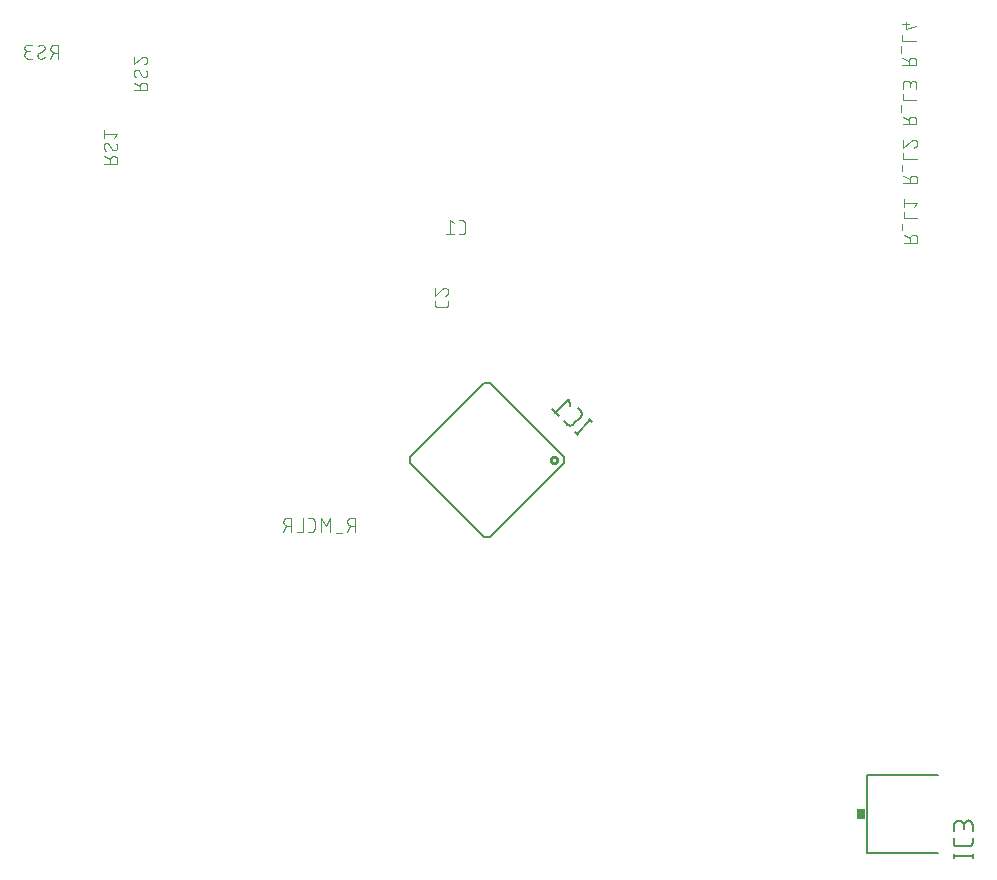
<source format=gbr>
G04 EAGLE Gerber RS-274X export*
G75*
%MOMM*%
%FSLAX34Y34*%
%LPD*%
%INSilkscreen Bottom*%
%IPPOS*%
%AMOC8*
5,1,8,0,0,1.08239X$1,22.5*%
G01*
%ADD10C,0.101600*%
%ADD11C,0.203200*%
%ADD12C,0.254000*%
%ADD13C,0.152400*%
%ADD14R,0.762000X0.863600*%
%ADD15C,0.177800*%


D10*
X436054Y651258D02*
X438651Y651258D01*
X438750Y651260D01*
X438850Y651266D01*
X438949Y651275D01*
X439047Y651288D01*
X439145Y651305D01*
X439243Y651326D01*
X439339Y651351D01*
X439434Y651379D01*
X439528Y651411D01*
X439621Y651446D01*
X439713Y651485D01*
X439803Y651528D01*
X439891Y651573D01*
X439978Y651623D01*
X440062Y651675D01*
X440145Y651731D01*
X440225Y651789D01*
X440303Y651851D01*
X440378Y651916D01*
X440451Y651984D01*
X440521Y652054D01*
X440589Y652127D01*
X440654Y652202D01*
X440716Y652280D01*
X440774Y652360D01*
X440830Y652443D01*
X440882Y652527D01*
X440932Y652614D01*
X440977Y652702D01*
X441020Y652792D01*
X441059Y652884D01*
X441094Y652977D01*
X441126Y653071D01*
X441154Y653166D01*
X441179Y653262D01*
X441200Y653360D01*
X441217Y653458D01*
X441230Y653556D01*
X441239Y653655D01*
X441245Y653755D01*
X441247Y653854D01*
X441247Y660346D01*
X441245Y660445D01*
X441239Y660545D01*
X441230Y660644D01*
X441217Y660742D01*
X441200Y660840D01*
X441179Y660938D01*
X441154Y661034D01*
X441126Y661129D01*
X441094Y661223D01*
X441059Y661316D01*
X441020Y661408D01*
X440977Y661498D01*
X440932Y661586D01*
X440882Y661673D01*
X440830Y661757D01*
X440774Y661840D01*
X440716Y661920D01*
X440654Y661998D01*
X440589Y662073D01*
X440521Y662146D01*
X440451Y662216D01*
X440378Y662284D01*
X440303Y662349D01*
X440225Y662411D01*
X440145Y662469D01*
X440062Y662525D01*
X439978Y662577D01*
X439891Y662627D01*
X439803Y662672D01*
X439713Y662715D01*
X439621Y662754D01*
X439528Y662789D01*
X439434Y662821D01*
X439339Y662849D01*
X439243Y662874D01*
X439145Y662895D01*
X439047Y662912D01*
X438949Y662925D01*
X438850Y662934D01*
X438750Y662940D01*
X438651Y662942D01*
X436054Y662942D01*
X431689Y660346D02*
X428444Y662942D01*
X428444Y651258D01*
X431689Y651258D02*
X425198Y651258D01*
X415542Y594731D02*
X415542Y592134D01*
X415544Y592035D01*
X415550Y591935D01*
X415559Y591836D01*
X415572Y591738D01*
X415589Y591640D01*
X415610Y591542D01*
X415635Y591446D01*
X415663Y591351D01*
X415695Y591257D01*
X415730Y591164D01*
X415769Y591072D01*
X415812Y590982D01*
X415857Y590894D01*
X415907Y590807D01*
X415959Y590723D01*
X416015Y590640D01*
X416073Y590560D01*
X416135Y590482D01*
X416200Y590407D01*
X416268Y590334D01*
X416338Y590264D01*
X416411Y590196D01*
X416486Y590131D01*
X416564Y590069D01*
X416644Y590011D01*
X416727Y589955D01*
X416811Y589903D01*
X416898Y589853D01*
X416986Y589808D01*
X417076Y589765D01*
X417168Y589726D01*
X417261Y589691D01*
X417355Y589659D01*
X417450Y589631D01*
X417546Y589606D01*
X417644Y589585D01*
X417742Y589568D01*
X417840Y589555D01*
X417939Y589546D01*
X418039Y589540D01*
X418138Y589538D01*
X424630Y589538D01*
X424729Y589540D01*
X424829Y589546D01*
X424928Y589555D01*
X425026Y589568D01*
X425124Y589585D01*
X425222Y589606D01*
X425318Y589631D01*
X425413Y589659D01*
X425507Y589691D01*
X425600Y589726D01*
X425692Y589765D01*
X425782Y589808D01*
X425870Y589853D01*
X425957Y589903D01*
X426041Y589955D01*
X426124Y590011D01*
X426204Y590069D01*
X426282Y590131D01*
X426357Y590196D01*
X426430Y590264D01*
X426500Y590334D01*
X426568Y590407D01*
X426633Y590482D01*
X426695Y590560D01*
X426753Y590640D01*
X426809Y590723D01*
X426861Y590807D01*
X426911Y590894D01*
X426956Y590982D01*
X426999Y591072D01*
X427038Y591164D01*
X427073Y591256D01*
X427105Y591351D01*
X427133Y591446D01*
X427158Y591542D01*
X427179Y591640D01*
X427196Y591738D01*
X427209Y591836D01*
X427218Y591935D01*
X427224Y592035D01*
X427226Y592134D01*
X427226Y594731D01*
X427226Y602666D02*
X427224Y602773D01*
X427218Y602879D01*
X427208Y602985D01*
X427195Y603091D01*
X427177Y603197D01*
X427156Y603301D01*
X427131Y603405D01*
X427102Y603508D01*
X427070Y603609D01*
X427033Y603709D01*
X426993Y603808D01*
X426950Y603906D01*
X426903Y604002D01*
X426852Y604096D01*
X426798Y604188D01*
X426741Y604278D01*
X426681Y604366D01*
X426617Y604451D01*
X426550Y604534D01*
X426480Y604615D01*
X426408Y604693D01*
X426332Y604769D01*
X426254Y604841D01*
X426173Y604911D01*
X426090Y604978D01*
X426005Y605042D01*
X425917Y605102D01*
X425827Y605159D01*
X425735Y605213D01*
X425641Y605264D01*
X425545Y605311D01*
X425447Y605354D01*
X425348Y605394D01*
X425248Y605431D01*
X425147Y605463D01*
X425044Y605492D01*
X424940Y605517D01*
X424836Y605538D01*
X424730Y605556D01*
X424624Y605569D01*
X424518Y605579D01*
X424412Y605585D01*
X424305Y605587D01*
X427226Y602666D02*
X427224Y602545D01*
X427218Y602424D01*
X427208Y602304D01*
X427195Y602183D01*
X427177Y602064D01*
X427156Y601944D01*
X427131Y601826D01*
X427102Y601709D01*
X427069Y601592D01*
X427033Y601477D01*
X426992Y601363D01*
X426949Y601250D01*
X426901Y601138D01*
X426850Y601029D01*
X426795Y600921D01*
X426737Y600814D01*
X426676Y600710D01*
X426611Y600608D01*
X426543Y600508D01*
X426472Y600410D01*
X426398Y600314D01*
X426321Y600221D01*
X426240Y600131D01*
X426157Y600043D01*
X426071Y599958D01*
X425982Y599875D01*
X425891Y599796D01*
X425797Y599719D01*
X425701Y599646D01*
X425603Y599576D01*
X425502Y599509D01*
X425399Y599445D01*
X425294Y599385D01*
X425187Y599328D01*
X425079Y599274D01*
X424969Y599224D01*
X424857Y599178D01*
X424744Y599135D01*
X424629Y599096D01*
X422033Y604614D02*
X422110Y604693D01*
X422191Y604769D01*
X422274Y604842D01*
X422359Y604912D01*
X422447Y604979D01*
X422537Y605043D01*
X422629Y605103D01*
X422724Y605160D01*
X422820Y605214D01*
X422918Y605265D01*
X423018Y605312D01*
X423120Y605356D01*
X423223Y605396D01*
X423327Y605432D01*
X423433Y605464D01*
X423539Y605493D01*
X423647Y605518D01*
X423755Y605540D01*
X423865Y605557D01*
X423974Y605571D01*
X424084Y605580D01*
X424195Y605586D01*
X424305Y605588D01*
X422033Y604614D02*
X415542Y599096D01*
X415542Y605587D01*
D11*
X525054Y462828D02*
X525054Y457172D01*
X525054Y462828D02*
X462828Y525054D01*
X457172Y525054D01*
X394946Y462828D01*
X394946Y457172D01*
X457172Y394946D01*
X462828Y394946D01*
X525054Y457172D01*
D12*
X513742Y460000D02*
X513744Y460106D01*
X513750Y460211D01*
X513760Y460317D01*
X513774Y460421D01*
X513791Y460526D01*
X513813Y460629D01*
X513838Y460732D01*
X513868Y460833D01*
X513901Y460934D01*
X513937Y461033D01*
X513978Y461130D01*
X514022Y461227D01*
X514070Y461321D01*
X514121Y461414D01*
X514175Y461504D01*
X514233Y461593D01*
X514294Y461679D01*
X514359Y461763D01*
X514426Y461844D01*
X514497Y461923D01*
X514570Y461999D01*
X514646Y462072D01*
X514725Y462143D01*
X514806Y462210D01*
X514890Y462275D01*
X514976Y462336D01*
X515065Y462394D01*
X515156Y462448D01*
X515248Y462499D01*
X515342Y462547D01*
X515439Y462591D01*
X515536Y462632D01*
X515635Y462668D01*
X515736Y462701D01*
X515837Y462731D01*
X515940Y462756D01*
X516043Y462778D01*
X516148Y462795D01*
X516252Y462809D01*
X516358Y462819D01*
X516463Y462825D01*
X516569Y462827D01*
X516675Y462825D01*
X516780Y462819D01*
X516886Y462809D01*
X516990Y462795D01*
X517095Y462778D01*
X517198Y462756D01*
X517301Y462731D01*
X517402Y462701D01*
X517503Y462668D01*
X517602Y462632D01*
X517699Y462591D01*
X517796Y462547D01*
X517890Y462499D01*
X517983Y462448D01*
X518073Y462394D01*
X518162Y462336D01*
X518248Y462275D01*
X518332Y462210D01*
X518413Y462143D01*
X518492Y462072D01*
X518568Y461999D01*
X518641Y461923D01*
X518712Y461844D01*
X518779Y461763D01*
X518844Y461679D01*
X518905Y461593D01*
X518963Y461504D01*
X519017Y461413D01*
X519068Y461321D01*
X519116Y461227D01*
X519160Y461130D01*
X519201Y461033D01*
X519237Y460934D01*
X519270Y460833D01*
X519300Y460732D01*
X519325Y460629D01*
X519347Y460526D01*
X519364Y460421D01*
X519378Y460317D01*
X519388Y460211D01*
X519394Y460106D01*
X519396Y460000D01*
X519394Y459894D01*
X519388Y459789D01*
X519378Y459683D01*
X519364Y459579D01*
X519347Y459474D01*
X519325Y459371D01*
X519300Y459268D01*
X519270Y459167D01*
X519237Y459066D01*
X519201Y458967D01*
X519160Y458870D01*
X519116Y458773D01*
X519068Y458679D01*
X519017Y458586D01*
X518963Y458496D01*
X518905Y458407D01*
X518844Y458321D01*
X518779Y458237D01*
X518712Y458156D01*
X518641Y458077D01*
X518568Y458001D01*
X518492Y457928D01*
X518413Y457857D01*
X518332Y457790D01*
X518248Y457725D01*
X518162Y457664D01*
X518073Y457606D01*
X517982Y457552D01*
X517890Y457501D01*
X517796Y457453D01*
X517699Y457409D01*
X517602Y457368D01*
X517503Y457332D01*
X517402Y457299D01*
X517301Y457269D01*
X517198Y457244D01*
X517095Y457222D01*
X516990Y457205D01*
X516886Y457191D01*
X516780Y457181D01*
X516675Y457175D01*
X516569Y457173D01*
X516463Y457175D01*
X516358Y457181D01*
X516252Y457191D01*
X516148Y457205D01*
X516043Y457222D01*
X515940Y457244D01*
X515837Y457269D01*
X515736Y457299D01*
X515635Y457332D01*
X515536Y457368D01*
X515439Y457409D01*
X515342Y457453D01*
X515248Y457501D01*
X515155Y457552D01*
X515065Y457606D01*
X514976Y457664D01*
X514890Y457725D01*
X514806Y457790D01*
X514725Y457857D01*
X514646Y457928D01*
X514570Y458001D01*
X514497Y458077D01*
X514426Y458156D01*
X514359Y458237D01*
X514294Y458321D01*
X514233Y458407D01*
X514175Y458496D01*
X514121Y458587D01*
X514070Y458679D01*
X514022Y458773D01*
X513978Y458870D01*
X513937Y458967D01*
X513901Y459066D01*
X513868Y459167D01*
X513838Y459268D01*
X513813Y459371D01*
X513791Y459474D01*
X513774Y459579D01*
X513760Y459683D01*
X513750Y459789D01*
X513744Y459894D01*
X513742Y460000D01*
D13*
X535953Y482111D02*
X547448Y493606D01*
X534676Y483389D02*
X537230Y480834D01*
X548725Y492329D02*
X546171Y494883D01*
X527777Y490287D02*
X525223Y492842D01*
X527778Y490288D02*
X527863Y490206D01*
X527950Y490126D01*
X528041Y490050D01*
X528133Y489976D01*
X528228Y489906D01*
X528325Y489839D01*
X528425Y489775D01*
X528526Y489714D01*
X528629Y489656D01*
X528734Y489602D01*
X528841Y489552D01*
X528950Y489505D01*
X529060Y489462D01*
X529171Y489422D01*
X529283Y489386D01*
X529397Y489353D01*
X529512Y489324D01*
X529627Y489299D01*
X529744Y489278D01*
X529861Y489261D01*
X529978Y489247D01*
X530096Y489238D01*
X530214Y489232D01*
X530332Y489230D01*
X530450Y489232D01*
X530568Y489238D01*
X530686Y489247D01*
X530803Y489261D01*
X530920Y489278D01*
X531037Y489299D01*
X531152Y489324D01*
X531267Y489353D01*
X531381Y489386D01*
X531493Y489422D01*
X531604Y489462D01*
X531714Y489505D01*
X531823Y489552D01*
X531930Y489603D01*
X532035Y489657D01*
X532138Y489714D01*
X532239Y489775D01*
X532339Y489839D01*
X532436Y489906D01*
X532531Y489976D01*
X532623Y490050D01*
X532714Y490126D01*
X532801Y490206D01*
X532886Y490288D01*
X532886Y490287D02*
X539272Y496673D01*
X539272Y496674D02*
X539354Y496759D01*
X539434Y496846D01*
X539510Y496937D01*
X539584Y497029D01*
X539654Y497124D01*
X539721Y497221D01*
X539785Y497321D01*
X539846Y497422D01*
X539903Y497525D01*
X539957Y497630D01*
X540008Y497737D01*
X540055Y497846D01*
X540098Y497956D01*
X540138Y498067D01*
X540174Y498179D01*
X540207Y498293D01*
X540236Y498408D01*
X540261Y498523D01*
X540282Y498640D01*
X540299Y498757D01*
X540313Y498874D01*
X540322Y498992D01*
X540328Y499110D01*
X540330Y499228D01*
X540328Y499346D01*
X540322Y499464D01*
X540313Y499582D01*
X540299Y499699D01*
X540282Y499816D01*
X540261Y499933D01*
X540236Y500048D01*
X540207Y500163D01*
X540174Y500276D01*
X540138Y500389D01*
X540098Y500500D01*
X540055Y500610D01*
X540008Y500719D01*
X539958Y500826D01*
X539904Y500931D01*
X539846Y501034D01*
X539785Y501135D01*
X539721Y501235D01*
X539654Y501332D01*
X539584Y501427D01*
X539510Y501519D01*
X539434Y501610D01*
X539354Y501697D01*
X539272Y501782D01*
X536718Y504336D01*
X530033Y505912D02*
X529395Y511659D01*
X517900Y500164D01*
X521093Y496971D02*
X514707Y503357D01*
D11*
X781810Y193040D02*
X841754Y193036D01*
X781810Y193040D02*
X781810Y127500D01*
X841754Y127504D01*
D14*
X776984Y160270D03*
D15*
X855089Y124837D02*
X871091Y124837D01*
X855089Y123059D02*
X855089Y126615D01*
X871091Y126615D02*
X871091Y123059D01*
X855089Y136409D02*
X855089Y139965D01*
X855089Y136409D02*
X855091Y136293D01*
X855097Y136176D01*
X855106Y136060D01*
X855119Y135945D01*
X855136Y135830D01*
X855157Y135715D01*
X855182Y135602D01*
X855210Y135489D01*
X855242Y135377D01*
X855278Y135266D01*
X855317Y135156D01*
X855360Y135048D01*
X855406Y134941D01*
X855456Y134836D01*
X855509Y134733D01*
X855565Y134631D01*
X855625Y134531D01*
X855688Y134433D01*
X855755Y134338D01*
X855824Y134244D01*
X855896Y134153D01*
X855971Y134064D01*
X856050Y133978D01*
X856131Y133895D01*
X856214Y133814D01*
X856300Y133735D01*
X856389Y133660D01*
X856480Y133588D01*
X856574Y133519D01*
X856669Y133452D01*
X856767Y133389D01*
X856867Y133329D01*
X856969Y133273D01*
X857072Y133220D01*
X857177Y133170D01*
X857284Y133124D01*
X857392Y133081D01*
X857502Y133042D01*
X857613Y133006D01*
X857725Y132974D01*
X857838Y132946D01*
X857951Y132921D01*
X858066Y132900D01*
X858181Y132883D01*
X858296Y132870D01*
X858412Y132861D01*
X858529Y132855D01*
X858645Y132853D01*
X867535Y132853D01*
X867651Y132855D01*
X867768Y132861D01*
X867884Y132870D01*
X867999Y132883D01*
X868114Y132900D01*
X868229Y132921D01*
X868342Y132946D01*
X868455Y132974D01*
X868567Y133006D01*
X868678Y133042D01*
X868788Y133081D01*
X868896Y133124D01*
X869003Y133170D01*
X869108Y133220D01*
X869211Y133273D01*
X869313Y133329D01*
X869413Y133389D01*
X869511Y133452D01*
X869606Y133519D01*
X869700Y133588D01*
X869791Y133660D01*
X869880Y133735D01*
X869966Y133814D01*
X870049Y133895D01*
X870130Y133978D01*
X870209Y134064D01*
X870284Y134153D01*
X870356Y134244D01*
X870425Y134338D01*
X870492Y134433D01*
X870555Y134531D01*
X870615Y134631D01*
X870671Y134733D01*
X870724Y134836D01*
X870774Y134941D01*
X870820Y135048D01*
X870863Y135156D01*
X870902Y135266D01*
X870938Y135377D01*
X870970Y135489D01*
X870998Y135602D01*
X871023Y135715D01*
X871044Y135830D01*
X871061Y135945D01*
X871074Y136060D01*
X871083Y136176D01*
X871089Y136293D01*
X871091Y136409D01*
X871091Y139965D01*
X855089Y145923D02*
X855089Y150368D01*
X855091Y150500D01*
X855097Y150631D01*
X855107Y150763D01*
X855120Y150894D01*
X855138Y151024D01*
X855159Y151154D01*
X855184Y151284D01*
X855213Y151412D01*
X855246Y151540D01*
X855283Y151666D01*
X855323Y151792D01*
X855367Y151916D01*
X855415Y152039D01*
X855466Y152160D01*
X855521Y152280D01*
X855579Y152398D01*
X855641Y152514D01*
X855707Y152628D01*
X855775Y152741D01*
X855847Y152851D01*
X855922Y152959D01*
X856001Y153065D01*
X856082Y153169D01*
X856167Y153270D01*
X856254Y153368D01*
X856345Y153464D01*
X856438Y153557D01*
X856534Y153648D01*
X856632Y153735D01*
X856733Y153820D01*
X856837Y153901D01*
X856943Y153980D01*
X857051Y154055D01*
X857161Y154127D01*
X857274Y154195D01*
X857388Y154261D01*
X857504Y154323D01*
X857622Y154381D01*
X857742Y154436D01*
X857863Y154487D01*
X857986Y154535D01*
X858110Y154579D01*
X858236Y154619D01*
X858362Y154656D01*
X858490Y154689D01*
X858618Y154718D01*
X858748Y154743D01*
X858878Y154764D01*
X859008Y154782D01*
X859139Y154795D01*
X859271Y154805D01*
X859402Y154811D01*
X859534Y154813D01*
X859666Y154811D01*
X859797Y154805D01*
X859929Y154795D01*
X860060Y154782D01*
X860190Y154764D01*
X860320Y154743D01*
X860450Y154718D01*
X860578Y154689D01*
X860706Y154656D01*
X860832Y154619D01*
X860958Y154579D01*
X861082Y154535D01*
X861205Y154487D01*
X861326Y154436D01*
X861446Y154381D01*
X861564Y154323D01*
X861680Y154261D01*
X861794Y154195D01*
X861907Y154127D01*
X862017Y154055D01*
X862125Y153980D01*
X862231Y153901D01*
X862335Y153820D01*
X862436Y153735D01*
X862534Y153648D01*
X862630Y153557D01*
X862723Y153464D01*
X862814Y153368D01*
X862901Y153270D01*
X862986Y153169D01*
X863067Y153065D01*
X863146Y152959D01*
X863221Y152851D01*
X863293Y152741D01*
X863361Y152628D01*
X863427Y152514D01*
X863489Y152398D01*
X863547Y152280D01*
X863602Y152160D01*
X863653Y152039D01*
X863701Y151916D01*
X863745Y151792D01*
X863785Y151666D01*
X863822Y151540D01*
X863855Y151412D01*
X863884Y151284D01*
X863909Y151154D01*
X863930Y151024D01*
X863948Y150894D01*
X863961Y150763D01*
X863971Y150631D01*
X863977Y150500D01*
X863979Y150368D01*
X871091Y151257D02*
X871091Y145923D01*
X871091Y151257D02*
X871089Y151375D01*
X871083Y151492D01*
X871074Y151609D01*
X871060Y151726D01*
X871043Y151842D01*
X871021Y151958D01*
X870996Y152073D01*
X870967Y152187D01*
X870935Y152300D01*
X870898Y152412D01*
X870858Y152522D01*
X870815Y152631D01*
X870767Y152739D01*
X870717Y152845D01*
X870662Y152949D01*
X870605Y153052D01*
X870544Y153152D01*
X870479Y153251D01*
X870412Y153347D01*
X870341Y153441D01*
X870267Y153533D01*
X870191Y153622D01*
X870111Y153708D01*
X870029Y153792D01*
X869943Y153873D01*
X869856Y153951D01*
X869765Y154027D01*
X869672Y154099D01*
X869577Y154168D01*
X869480Y154234D01*
X869380Y154297D01*
X869279Y154356D01*
X869176Y154412D01*
X869070Y154464D01*
X868963Y154513D01*
X868855Y154559D01*
X868745Y154601D01*
X868634Y154639D01*
X868521Y154673D01*
X868408Y154704D01*
X868293Y154731D01*
X868178Y154754D01*
X868062Y154774D01*
X867946Y154789D01*
X867829Y154801D01*
X867711Y154809D01*
X867594Y154813D01*
X867476Y154813D01*
X867359Y154809D01*
X867241Y154801D01*
X867124Y154789D01*
X867008Y154774D01*
X866892Y154754D01*
X866777Y154731D01*
X866662Y154704D01*
X866549Y154673D01*
X866436Y154639D01*
X866325Y154601D01*
X866215Y154559D01*
X866107Y154513D01*
X866000Y154464D01*
X865894Y154412D01*
X865791Y154356D01*
X865690Y154297D01*
X865590Y154234D01*
X865493Y154168D01*
X865398Y154099D01*
X865305Y154027D01*
X865214Y153951D01*
X865127Y153873D01*
X865041Y153792D01*
X864959Y153708D01*
X864879Y153622D01*
X864803Y153533D01*
X864729Y153441D01*
X864658Y153347D01*
X864591Y153251D01*
X864526Y153152D01*
X864465Y153052D01*
X864408Y152949D01*
X864353Y152845D01*
X864303Y152739D01*
X864255Y152631D01*
X864212Y152522D01*
X864172Y152412D01*
X864135Y152300D01*
X864103Y152187D01*
X864074Y152073D01*
X864049Y151958D01*
X864027Y151842D01*
X864010Y151726D01*
X863996Y151609D01*
X863987Y151492D01*
X863981Y151375D01*
X863979Y151257D01*
X863979Y147701D01*
D10*
X147070Y710877D02*
X135386Y710877D01*
X147070Y710877D02*
X147070Y714122D01*
X147068Y714235D01*
X147062Y714348D01*
X147052Y714461D01*
X147038Y714574D01*
X147021Y714686D01*
X146999Y714797D01*
X146974Y714907D01*
X146944Y715017D01*
X146911Y715125D01*
X146874Y715232D01*
X146834Y715338D01*
X146789Y715442D01*
X146741Y715545D01*
X146690Y715646D01*
X146635Y715745D01*
X146577Y715842D01*
X146515Y715937D01*
X146450Y716030D01*
X146382Y716120D01*
X146311Y716208D01*
X146236Y716294D01*
X146159Y716377D01*
X146079Y716457D01*
X145996Y716534D01*
X145910Y716609D01*
X145822Y716680D01*
X145732Y716748D01*
X145639Y716813D01*
X145544Y716875D01*
X145447Y716933D01*
X145348Y716988D01*
X145247Y717039D01*
X145144Y717087D01*
X145040Y717132D01*
X144934Y717172D01*
X144827Y717209D01*
X144719Y717242D01*
X144609Y717272D01*
X144499Y717297D01*
X144388Y717319D01*
X144276Y717336D01*
X144163Y717350D01*
X144050Y717360D01*
X143937Y717366D01*
X143824Y717368D01*
X143711Y717366D01*
X143598Y717360D01*
X143485Y717350D01*
X143372Y717336D01*
X143260Y717319D01*
X143149Y717297D01*
X143039Y717272D01*
X142929Y717242D01*
X142821Y717209D01*
X142714Y717172D01*
X142608Y717132D01*
X142504Y717087D01*
X142401Y717039D01*
X142300Y716988D01*
X142201Y716933D01*
X142104Y716875D01*
X142009Y716813D01*
X141916Y716748D01*
X141826Y716680D01*
X141738Y716609D01*
X141652Y716534D01*
X141569Y716457D01*
X141489Y716377D01*
X141412Y716294D01*
X141337Y716208D01*
X141266Y716120D01*
X141198Y716030D01*
X141133Y715937D01*
X141071Y715842D01*
X141013Y715745D01*
X140958Y715646D01*
X140907Y715545D01*
X140859Y715442D01*
X140814Y715338D01*
X140774Y715232D01*
X140737Y715125D01*
X140704Y715017D01*
X140674Y714907D01*
X140649Y714797D01*
X140627Y714686D01*
X140610Y714574D01*
X140596Y714461D01*
X140586Y714348D01*
X140580Y714235D01*
X140578Y714122D01*
X140579Y714122D02*
X140579Y710877D01*
X140579Y714771D02*
X135386Y717368D01*
X135386Y725747D02*
X135388Y725846D01*
X135394Y725946D01*
X135403Y726045D01*
X135416Y726143D01*
X135433Y726241D01*
X135454Y726339D01*
X135479Y726435D01*
X135507Y726530D01*
X135539Y726624D01*
X135574Y726717D01*
X135613Y726809D01*
X135656Y726899D01*
X135701Y726987D01*
X135751Y727074D01*
X135803Y727158D01*
X135859Y727241D01*
X135917Y727321D01*
X135979Y727399D01*
X136044Y727474D01*
X136112Y727547D01*
X136182Y727617D01*
X136255Y727685D01*
X136330Y727750D01*
X136408Y727812D01*
X136488Y727870D01*
X136571Y727926D01*
X136655Y727978D01*
X136742Y728028D01*
X136830Y728073D01*
X136920Y728116D01*
X137012Y728155D01*
X137105Y728190D01*
X137199Y728222D01*
X137294Y728250D01*
X137390Y728275D01*
X137488Y728296D01*
X137586Y728313D01*
X137684Y728326D01*
X137783Y728335D01*
X137883Y728341D01*
X137982Y728343D01*
X135386Y725747D02*
X135388Y725603D01*
X135394Y725458D01*
X135403Y725314D01*
X135416Y725171D01*
X135433Y725027D01*
X135454Y724884D01*
X135479Y724742D01*
X135507Y724601D01*
X135539Y724460D01*
X135575Y724320D01*
X135614Y724181D01*
X135657Y724043D01*
X135704Y723907D01*
X135754Y723771D01*
X135808Y723637D01*
X135865Y723505D01*
X135926Y723374D01*
X135990Y723245D01*
X136058Y723117D01*
X136128Y722991D01*
X136203Y722867D01*
X136280Y722746D01*
X136361Y722626D01*
X136444Y722508D01*
X136531Y722393D01*
X136621Y722280D01*
X136714Y722169D01*
X136809Y722061D01*
X136908Y721955D01*
X137009Y721852D01*
X144474Y722177D02*
X144573Y722179D01*
X144673Y722185D01*
X144772Y722194D01*
X144870Y722207D01*
X144968Y722224D01*
X145066Y722245D01*
X145162Y722270D01*
X145257Y722298D01*
X145351Y722330D01*
X145444Y722365D01*
X145536Y722404D01*
X145626Y722447D01*
X145714Y722492D01*
X145801Y722542D01*
X145885Y722594D01*
X145968Y722650D01*
X146048Y722708D01*
X146126Y722770D01*
X146201Y722835D01*
X146274Y722903D01*
X146344Y722973D01*
X146412Y723046D01*
X146477Y723121D01*
X146539Y723199D01*
X146597Y723279D01*
X146653Y723362D01*
X146705Y723446D01*
X146755Y723533D01*
X146800Y723621D01*
X146843Y723711D01*
X146882Y723803D01*
X146917Y723896D01*
X146949Y723990D01*
X146977Y724085D01*
X147002Y724182D01*
X147023Y724279D01*
X147040Y724377D01*
X147053Y724475D01*
X147062Y724574D01*
X147068Y724674D01*
X147070Y724773D01*
X147068Y724909D01*
X147062Y725045D01*
X147053Y725181D01*
X147040Y725317D01*
X147022Y725452D01*
X147002Y725586D01*
X146977Y725720D01*
X146949Y725854D01*
X146916Y725986D01*
X146881Y726117D01*
X146841Y726248D01*
X146798Y726377D01*
X146752Y726505D01*
X146701Y726631D01*
X146648Y726757D01*
X146590Y726880D01*
X146530Y727002D01*
X146466Y727122D01*
X146398Y727241D01*
X146328Y727357D01*
X146254Y727471D01*
X146177Y727584D01*
X146096Y727694D01*
X142202Y723474D02*
X142255Y723388D01*
X142312Y723304D01*
X142371Y723222D01*
X142434Y723142D01*
X142500Y723065D01*
X142568Y722990D01*
X142640Y722918D01*
X142714Y722849D01*
X142791Y722783D01*
X142870Y722720D01*
X142952Y722660D01*
X143036Y722603D01*
X143122Y722549D01*
X143210Y722499D01*
X143300Y722452D01*
X143391Y722408D01*
X143485Y722369D01*
X143579Y722332D01*
X143675Y722300D01*
X143773Y722271D01*
X143871Y722246D01*
X143970Y722225D01*
X144070Y722207D01*
X144170Y722194D01*
X144271Y722184D01*
X144373Y722178D01*
X144474Y722176D01*
X140254Y727045D02*
X140201Y727131D01*
X140144Y727215D01*
X140085Y727297D01*
X140022Y727377D01*
X139956Y727454D01*
X139888Y727529D01*
X139816Y727601D01*
X139742Y727670D01*
X139665Y727736D01*
X139586Y727799D01*
X139504Y727859D01*
X139420Y727916D01*
X139334Y727970D01*
X139246Y728020D01*
X139156Y728067D01*
X139065Y728111D01*
X138971Y728150D01*
X138877Y728187D01*
X138781Y728219D01*
X138683Y728248D01*
X138585Y728273D01*
X138486Y728294D01*
X138386Y728312D01*
X138286Y728325D01*
X138185Y728335D01*
X138083Y728341D01*
X137982Y728343D01*
X140254Y727045D02*
X142202Y723475D01*
X144474Y732901D02*
X147070Y736146D01*
X135386Y736146D01*
X135386Y732901D02*
X135386Y739392D01*
X160780Y772922D02*
X172464Y772922D01*
X172464Y776168D01*
X172462Y776281D01*
X172456Y776394D01*
X172446Y776507D01*
X172432Y776620D01*
X172415Y776732D01*
X172393Y776843D01*
X172368Y776953D01*
X172338Y777063D01*
X172305Y777171D01*
X172268Y777278D01*
X172228Y777384D01*
X172183Y777488D01*
X172135Y777591D01*
X172084Y777692D01*
X172029Y777791D01*
X171971Y777888D01*
X171909Y777983D01*
X171844Y778076D01*
X171776Y778166D01*
X171705Y778254D01*
X171630Y778340D01*
X171553Y778423D01*
X171473Y778503D01*
X171390Y778580D01*
X171304Y778655D01*
X171216Y778726D01*
X171126Y778794D01*
X171033Y778859D01*
X170938Y778921D01*
X170841Y778979D01*
X170742Y779034D01*
X170641Y779085D01*
X170538Y779133D01*
X170434Y779178D01*
X170328Y779218D01*
X170221Y779255D01*
X170113Y779288D01*
X170003Y779318D01*
X169893Y779343D01*
X169782Y779365D01*
X169670Y779382D01*
X169557Y779396D01*
X169444Y779406D01*
X169331Y779412D01*
X169218Y779414D01*
X169105Y779412D01*
X168992Y779406D01*
X168879Y779396D01*
X168766Y779382D01*
X168654Y779365D01*
X168543Y779343D01*
X168433Y779318D01*
X168323Y779288D01*
X168215Y779255D01*
X168108Y779218D01*
X168002Y779178D01*
X167898Y779133D01*
X167795Y779085D01*
X167694Y779034D01*
X167595Y778979D01*
X167498Y778921D01*
X167403Y778859D01*
X167310Y778794D01*
X167220Y778726D01*
X167132Y778655D01*
X167046Y778580D01*
X166963Y778503D01*
X166883Y778423D01*
X166806Y778340D01*
X166731Y778254D01*
X166660Y778166D01*
X166592Y778076D01*
X166527Y777983D01*
X166465Y777888D01*
X166407Y777791D01*
X166352Y777692D01*
X166301Y777591D01*
X166253Y777488D01*
X166208Y777384D01*
X166168Y777278D01*
X166131Y777171D01*
X166098Y777063D01*
X166068Y776953D01*
X166043Y776843D01*
X166021Y776732D01*
X166004Y776620D01*
X165990Y776507D01*
X165980Y776394D01*
X165974Y776281D01*
X165972Y776168D01*
X165973Y776168D02*
X165973Y772922D01*
X165973Y776817D02*
X160780Y779413D01*
X160780Y787792D02*
X160782Y787891D01*
X160788Y787991D01*
X160797Y788090D01*
X160810Y788188D01*
X160827Y788286D01*
X160848Y788384D01*
X160873Y788480D01*
X160901Y788575D01*
X160933Y788669D01*
X160968Y788762D01*
X161007Y788854D01*
X161050Y788944D01*
X161095Y789032D01*
X161145Y789119D01*
X161197Y789203D01*
X161253Y789286D01*
X161311Y789366D01*
X161373Y789444D01*
X161438Y789519D01*
X161506Y789592D01*
X161576Y789662D01*
X161649Y789730D01*
X161724Y789795D01*
X161802Y789857D01*
X161882Y789915D01*
X161965Y789971D01*
X162049Y790023D01*
X162136Y790073D01*
X162224Y790118D01*
X162314Y790161D01*
X162406Y790200D01*
X162499Y790235D01*
X162593Y790267D01*
X162688Y790295D01*
X162784Y790320D01*
X162882Y790341D01*
X162980Y790358D01*
X163078Y790371D01*
X163177Y790380D01*
X163277Y790386D01*
X163376Y790388D01*
X160780Y787792D02*
X160782Y787648D01*
X160788Y787503D01*
X160797Y787359D01*
X160810Y787216D01*
X160827Y787072D01*
X160848Y786929D01*
X160873Y786787D01*
X160901Y786646D01*
X160933Y786505D01*
X160969Y786365D01*
X161008Y786226D01*
X161051Y786088D01*
X161098Y785952D01*
X161148Y785816D01*
X161202Y785682D01*
X161259Y785550D01*
X161320Y785419D01*
X161384Y785290D01*
X161452Y785162D01*
X161522Y785036D01*
X161597Y784912D01*
X161674Y784791D01*
X161755Y784671D01*
X161838Y784553D01*
X161925Y784438D01*
X162015Y784325D01*
X162108Y784214D01*
X162203Y784106D01*
X162302Y784000D01*
X162403Y783897D01*
X169868Y784222D02*
X169967Y784224D01*
X170067Y784230D01*
X170166Y784239D01*
X170264Y784252D01*
X170362Y784269D01*
X170460Y784290D01*
X170556Y784315D01*
X170651Y784343D01*
X170745Y784375D01*
X170838Y784410D01*
X170930Y784449D01*
X171020Y784492D01*
X171108Y784537D01*
X171195Y784587D01*
X171279Y784639D01*
X171362Y784695D01*
X171442Y784753D01*
X171520Y784815D01*
X171595Y784880D01*
X171668Y784948D01*
X171738Y785018D01*
X171806Y785091D01*
X171871Y785166D01*
X171933Y785244D01*
X171991Y785324D01*
X172047Y785407D01*
X172099Y785491D01*
X172149Y785578D01*
X172194Y785666D01*
X172237Y785756D01*
X172276Y785848D01*
X172311Y785941D01*
X172343Y786035D01*
X172371Y786130D01*
X172396Y786227D01*
X172417Y786324D01*
X172434Y786422D01*
X172447Y786520D01*
X172456Y786619D01*
X172462Y786719D01*
X172464Y786818D01*
X172462Y786954D01*
X172456Y787090D01*
X172447Y787226D01*
X172434Y787362D01*
X172416Y787497D01*
X172396Y787631D01*
X172371Y787765D01*
X172343Y787899D01*
X172310Y788031D01*
X172275Y788162D01*
X172235Y788293D01*
X172192Y788422D01*
X172146Y788550D01*
X172095Y788676D01*
X172042Y788802D01*
X171984Y788925D01*
X171924Y789047D01*
X171860Y789167D01*
X171792Y789286D01*
X171722Y789402D01*
X171648Y789516D01*
X171571Y789629D01*
X171490Y789739D01*
X167596Y785520D02*
X167649Y785434D01*
X167706Y785350D01*
X167765Y785268D01*
X167828Y785188D01*
X167894Y785111D01*
X167962Y785036D01*
X168034Y784964D01*
X168108Y784895D01*
X168185Y784829D01*
X168264Y784766D01*
X168346Y784706D01*
X168430Y784649D01*
X168516Y784595D01*
X168604Y784545D01*
X168694Y784498D01*
X168785Y784454D01*
X168879Y784415D01*
X168973Y784378D01*
X169069Y784346D01*
X169167Y784317D01*
X169265Y784292D01*
X169364Y784271D01*
X169464Y784253D01*
X169564Y784240D01*
X169665Y784230D01*
X169767Y784224D01*
X169868Y784222D01*
X165648Y789090D02*
X165595Y789176D01*
X165538Y789260D01*
X165479Y789342D01*
X165416Y789422D01*
X165350Y789499D01*
X165282Y789574D01*
X165210Y789646D01*
X165136Y789715D01*
X165059Y789781D01*
X164980Y789844D01*
X164898Y789904D01*
X164814Y789961D01*
X164728Y790015D01*
X164640Y790065D01*
X164550Y790112D01*
X164459Y790156D01*
X164365Y790195D01*
X164271Y790232D01*
X164175Y790264D01*
X164077Y790293D01*
X163979Y790318D01*
X163880Y790339D01*
X163780Y790357D01*
X163680Y790370D01*
X163579Y790380D01*
X163477Y790386D01*
X163376Y790388D01*
X165648Y789090D02*
X167596Y785520D01*
X172464Y798516D02*
X172462Y798623D01*
X172456Y798729D01*
X172446Y798835D01*
X172433Y798941D01*
X172415Y799047D01*
X172394Y799151D01*
X172369Y799255D01*
X172340Y799358D01*
X172308Y799459D01*
X172271Y799559D01*
X172231Y799658D01*
X172188Y799756D01*
X172141Y799852D01*
X172090Y799946D01*
X172036Y800038D01*
X171979Y800128D01*
X171919Y800216D01*
X171855Y800301D01*
X171788Y800384D01*
X171718Y800465D01*
X171646Y800543D01*
X171570Y800619D01*
X171492Y800691D01*
X171411Y800761D01*
X171328Y800828D01*
X171243Y800892D01*
X171155Y800952D01*
X171065Y801009D01*
X170973Y801063D01*
X170879Y801114D01*
X170783Y801161D01*
X170685Y801204D01*
X170586Y801244D01*
X170486Y801281D01*
X170385Y801313D01*
X170282Y801342D01*
X170178Y801367D01*
X170074Y801388D01*
X169968Y801406D01*
X169862Y801419D01*
X169756Y801429D01*
X169650Y801435D01*
X169543Y801437D01*
X172464Y798516D02*
X172462Y798395D01*
X172456Y798274D01*
X172446Y798154D01*
X172433Y798033D01*
X172415Y797914D01*
X172394Y797794D01*
X172369Y797676D01*
X172340Y797559D01*
X172307Y797442D01*
X172271Y797327D01*
X172230Y797213D01*
X172187Y797100D01*
X172139Y796988D01*
X172088Y796879D01*
X172033Y796771D01*
X171975Y796664D01*
X171914Y796560D01*
X171849Y796458D01*
X171781Y796358D01*
X171710Y796260D01*
X171636Y796164D01*
X171559Y796071D01*
X171478Y795981D01*
X171395Y795893D01*
X171309Y795808D01*
X171220Y795725D01*
X171129Y795646D01*
X171035Y795569D01*
X170939Y795496D01*
X170841Y795426D01*
X170740Y795359D01*
X170637Y795295D01*
X170532Y795235D01*
X170425Y795178D01*
X170317Y795124D01*
X170207Y795074D01*
X170095Y795028D01*
X169982Y794985D01*
X169867Y794946D01*
X167271Y800464D02*
X167348Y800543D01*
X167429Y800619D01*
X167512Y800692D01*
X167597Y800762D01*
X167685Y800829D01*
X167775Y800893D01*
X167867Y800953D01*
X167962Y801010D01*
X168058Y801064D01*
X168156Y801115D01*
X168256Y801162D01*
X168358Y801206D01*
X168461Y801246D01*
X168565Y801282D01*
X168671Y801314D01*
X168777Y801343D01*
X168885Y801368D01*
X168993Y801390D01*
X169103Y801407D01*
X169212Y801421D01*
X169322Y801430D01*
X169433Y801436D01*
X169543Y801438D01*
X167271Y800464D02*
X160780Y794946D01*
X160780Y801437D01*
X812734Y644158D02*
X824418Y644158D01*
X824418Y647404D01*
X824416Y647517D01*
X824410Y647630D01*
X824400Y647743D01*
X824386Y647856D01*
X824369Y647968D01*
X824347Y648079D01*
X824322Y648189D01*
X824292Y648299D01*
X824259Y648407D01*
X824222Y648514D01*
X824182Y648620D01*
X824137Y648724D01*
X824089Y648827D01*
X824038Y648928D01*
X823983Y649027D01*
X823925Y649124D01*
X823863Y649219D01*
X823798Y649312D01*
X823730Y649402D01*
X823659Y649490D01*
X823584Y649576D01*
X823507Y649659D01*
X823427Y649739D01*
X823344Y649816D01*
X823258Y649891D01*
X823170Y649962D01*
X823080Y650030D01*
X822987Y650095D01*
X822892Y650157D01*
X822795Y650215D01*
X822696Y650270D01*
X822595Y650321D01*
X822492Y650369D01*
X822388Y650414D01*
X822282Y650454D01*
X822175Y650491D01*
X822067Y650524D01*
X821957Y650554D01*
X821847Y650579D01*
X821736Y650601D01*
X821624Y650618D01*
X821511Y650632D01*
X821398Y650642D01*
X821285Y650648D01*
X821172Y650650D01*
X821059Y650648D01*
X820946Y650642D01*
X820833Y650632D01*
X820720Y650618D01*
X820608Y650601D01*
X820497Y650579D01*
X820387Y650554D01*
X820277Y650524D01*
X820169Y650491D01*
X820062Y650454D01*
X819956Y650414D01*
X819852Y650369D01*
X819749Y650321D01*
X819648Y650270D01*
X819549Y650215D01*
X819452Y650157D01*
X819357Y650095D01*
X819264Y650030D01*
X819174Y649962D01*
X819086Y649891D01*
X819000Y649816D01*
X818917Y649739D01*
X818837Y649659D01*
X818760Y649576D01*
X818685Y649490D01*
X818614Y649402D01*
X818546Y649312D01*
X818481Y649219D01*
X818419Y649124D01*
X818361Y649027D01*
X818306Y648928D01*
X818255Y648827D01*
X818207Y648724D01*
X818162Y648620D01*
X818122Y648514D01*
X818085Y648407D01*
X818052Y648299D01*
X818022Y648189D01*
X817997Y648079D01*
X817975Y647968D01*
X817958Y647856D01*
X817944Y647743D01*
X817934Y647630D01*
X817928Y647517D01*
X817926Y647404D01*
X817927Y647404D02*
X817927Y644158D01*
X817927Y648053D02*
X812734Y650649D01*
X811436Y655020D02*
X811436Y660213D01*
X812734Y665062D02*
X824418Y665062D01*
X812734Y665062D02*
X812734Y670255D01*
X821822Y674564D02*
X824418Y677810D01*
X812734Y677810D01*
X812734Y681055D02*
X812734Y674564D01*
X812536Y694158D02*
X824220Y694158D01*
X824220Y697404D01*
X824218Y697517D01*
X824212Y697630D01*
X824202Y697743D01*
X824188Y697856D01*
X824171Y697968D01*
X824149Y698079D01*
X824124Y698189D01*
X824094Y698299D01*
X824061Y698407D01*
X824024Y698514D01*
X823984Y698620D01*
X823939Y698724D01*
X823891Y698827D01*
X823840Y698928D01*
X823785Y699027D01*
X823727Y699124D01*
X823665Y699219D01*
X823600Y699312D01*
X823532Y699402D01*
X823461Y699490D01*
X823386Y699576D01*
X823309Y699659D01*
X823229Y699739D01*
X823146Y699816D01*
X823060Y699891D01*
X822972Y699962D01*
X822882Y700030D01*
X822789Y700095D01*
X822694Y700157D01*
X822597Y700215D01*
X822498Y700270D01*
X822397Y700321D01*
X822294Y700369D01*
X822190Y700414D01*
X822084Y700454D01*
X821977Y700491D01*
X821869Y700524D01*
X821759Y700554D01*
X821649Y700579D01*
X821538Y700601D01*
X821426Y700618D01*
X821313Y700632D01*
X821200Y700642D01*
X821087Y700648D01*
X820974Y700650D01*
X820861Y700648D01*
X820748Y700642D01*
X820635Y700632D01*
X820522Y700618D01*
X820410Y700601D01*
X820299Y700579D01*
X820189Y700554D01*
X820079Y700524D01*
X819971Y700491D01*
X819864Y700454D01*
X819758Y700414D01*
X819654Y700369D01*
X819551Y700321D01*
X819450Y700270D01*
X819351Y700215D01*
X819254Y700157D01*
X819159Y700095D01*
X819066Y700030D01*
X818976Y699962D01*
X818888Y699891D01*
X818802Y699816D01*
X818719Y699739D01*
X818639Y699659D01*
X818562Y699576D01*
X818487Y699490D01*
X818416Y699402D01*
X818348Y699312D01*
X818283Y699219D01*
X818221Y699124D01*
X818163Y699027D01*
X818108Y698928D01*
X818057Y698827D01*
X818009Y698724D01*
X817964Y698620D01*
X817924Y698514D01*
X817887Y698407D01*
X817854Y698299D01*
X817824Y698189D01*
X817799Y698079D01*
X817777Y697968D01*
X817760Y697856D01*
X817746Y697743D01*
X817736Y697630D01*
X817730Y697517D01*
X817728Y697404D01*
X817729Y697404D02*
X817729Y694158D01*
X817729Y698053D02*
X812536Y700649D01*
X811238Y705020D02*
X811238Y710213D01*
X812536Y715062D02*
X824220Y715062D01*
X812536Y715062D02*
X812536Y720255D01*
X821299Y731055D02*
X821406Y731053D01*
X821512Y731047D01*
X821618Y731037D01*
X821724Y731024D01*
X821830Y731006D01*
X821934Y730985D01*
X822038Y730960D01*
X822141Y730931D01*
X822242Y730899D01*
X822342Y730862D01*
X822441Y730822D01*
X822539Y730779D01*
X822635Y730732D01*
X822729Y730681D01*
X822821Y730627D01*
X822911Y730570D01*
X822999Y730510D01*
X823084Y730446D01*
X823167Y730379D01*
X823248Y730309D01*
X823326Y730237D01*
X823402Y730161D01*
X823474Y730083D01*
X823544Y730002D01*
X823611Y729919D01*
X823675Y729834D01*
X823735Y729746D01*
X823792Y729656D01*
X823846Y729564D01*
X823897Y729470D01*
X823944Y729374D01*
X823987Y729276D01*
X824027Y729177D01*
X824064Y729077D01*
X824096Y728976D01*
X824125Y728873D01*
X824150Y728769D01*
X824171Y728665D01*
X824189Y728559D01*
X824202Y728453D01*
X824212Y728347D01*
X824218Y728241D01*
X824220Y728134D01*
X824218Y728013D01*
X824212Y727892D01*
X824202Y727772D01*
X824189Y727651D01*
X824171Y727532D01*
X824150Y727412D01*
X824125Y727294D01*
X824096Y727177D01*
X824063Y727060D01*
X824027Y726945D01*
X823986Y726831D01*
X823943Y726718D01*
X823895Y726606D01*
X823844Y726497D01*
X823789Y726389D01*
X823731Y726282D01*
X823670Y726178D01*
X823605Y726076D01*
X823537Y725976D01*
X823466Y725878D01*
X823392Y725782D01*
X823315Y725689D01*
X823234Y725599D01*
X823151Y725511D01*
X823065Y725426D01*
X822976Y725343D01*
X822885Y725264D01*
X822791Y725187D01*
X822695Y725114D01*
X822597Y725044D01*
X822496Y724977D01*
X822393Y724913D01*
X822288Y724853D01*
X822181Y724796D01*
X822073Y724742D01*
X821963Y724692D01*
X821851Y724646D01*
X821738Y724603D01*
X821623Y724564D01*
X819027Y730082D02*
X819104Y730161D01*
X819185Y730237D01*
X819268Y730310D01*
X819353Y730380D01*
X819441Y730447D01*
X819531Y730511D01*
X819623Y730571D01*
X819718Y730628D01*
X819814Y730682D01*
X819912Y730733D01*
X820012Y730780D01*
X820114Y730824D01*
X820217Y730864D01*
X820321Y730900D01*
X820427Y730932D01*
X820533Y730961D01*
X820641Y730986D01*
X820749Y731008D01*
X820859Y731025D01*
X820968Y731039D01*
X821078Y731048D01*
X821189Y731054D01*
X821299Y731056D01*
X819027Y730082D02*
X812536Y724564D01*
X812536Y731055D01*
X811910Y744158D02*
X823594Y744158D01*
X823594Y747404D01*
X823592Y747517D01*
X823586Y747630D01*
X823576Y747743D01*
X823562Y747856D01*
X823545Y747968D01*
X823523Y748079D01*
X823498Y748189D01*
X823468Y748299D01*
X823435Y748407D01*
X823398Y748514D01*
X823358Y748620D01*
X823313Y748724D01*
X823265Y748827D01*
X823214Y748928D01*
X823159Y749027D01*
X823101Y749124D01*
X823039Y749219D01*
X822974Y749312D01*
X822906Y749402D01*
X822835Y749490D01*
X822760Y749576D01*
X822683Y749659D01*
X822603Y749739D01*
X822520Y749816D01*
X822434Y749891D01*
X822346Y749962D01*
X822256Y750030D01*
X822163Y750095D01*
X822068Y750157D01*
X821971Y750215D01*
X821872Y750270D01*
X821771Y750321D01*
X821668Y750369D01*
X821564Y750414D01*
X821458Y750454D01*
X821351Y750491D01*
X821243Y750524D01*
X821133Y750554D01*
X821023Y750579D01*
X820912Y750601D01*
X820800Y750618D01*
X820687Y750632D01*
X820574Y750642D01*
X820461Y750648D01*
X820348Y750650D01*
X820235Y750648D01*
X820122Y750642D01*
X820009Y750632D01*
X819896Y750618D01*
X819784Y750601D01*
X819673Y750579D01*
X819563Y750554D01*
X819453Y750524D01*
X819345Y750491D01*
X819238Y750454D01*
X819132Y750414D01*
X819028Y750369D01*
X818925Y750321D01*
X818824Y750270D01*
X818725Y750215D01*
X818628Y750157D01*
X818533Y750095D01*
X818440Y750030D01*
X818350Y749962D01*
X818262Y749891D01*
X818176Y749816D01*
X818093Y749739D01*
X818013Y749659D01*
X817936Y749576D01*
X817861Y749490D01*
X817790Y749402D01*
X817722Y749312D01*
X817657Y749219D01*
X817595Y749124D01*
X817537Y749027D01*
X817482Y748928D01*
X817431Y748827D01*
X817383Y748724D01*
X817338Y748620D01*
X817298Y748514D01*
X817261Y748407D01*
X817228Y748299D01*
X817198Y748189D01*
X817173Y748079D01*
X817151Y747968D01*
X817134Y747856D01*
X817120Y747743D01*
X817110Y747630D01*
X817104Y747517D01*
X817102Y747404D01*
X817103Y747404D02*
X817103Y744158D01*
X817103Y748053D02*
X811910Y750649D01*
X810612Y755020D02*
X810612Y760213D01*
X811910Y765062D02*
X823594Y765062D01*
X811910Y765062D02*
X811910Y770255D01*
X811910Y774564D02*
X811910Y777810D01*
X811912Y777923D01*
X811918Y778036D01*
X811928Y778149D01*
X811942Y778262D01*
X811959Y778374D01*
X811981Y778485D01*
X812006Y778595D01*
X812036Y778705D01*
X812069Y778813D01*
X812106Y778920D01*
X812146Y779026D01*
X812191Y779130D01*
X812239Y779233D01*
X812290Y779334D01*
X812345Y779433D01*
X812403Y779530D01*
X812465Y779625D01*
X812530Y779718D01*
X812598Y779808D01*
X812669Y779896D01*
X812744Y779982D01*
X812821Y780065D01*
X812901Y780145D01*
X812984Y780222D01*
X813070Y780297D01*
X813158Y780368D01*
X813248Y780436D01*
X813341Y780501D01*
X813436Y780563D01*
X813533Y780621D01*
X813632Y780676D01*
X813733Y780727D01*
X813836Y780775D01*
X813940Y780820D01*
X814046Y780860D01*
X814153Y780897D01*
X814261Y780930D01*
X814371Y780960D01*
X814481Y780985D01*
X814592Y781007D01*
X814704Y781024D01*
X814817Y781038D01*
X814930Y781048D01*
X815043Y781054D01*
X815156Y781056D01*
X815269Y781054D01*
X815382Y781048D01*
X815495Y781038D01*
X815608Y781024D01*
X815720Y781007D01*
X815831Y780985D01*
X815941Y780960D01*
X816051Y780930D01*
X816159Y780897D01*
X816266Y780860D01*
X816372Y780820D01*
X816476Y780775D01*
X816579Y780727D01*
X816680Y780676D01*
X816779Y780621D01*
X816876Y780563D01*
X816971Y780501D01*
X817064Y780436D01*
X817154Y780368D01*
X817242Y780297D01*
X817328Y780222D01*
X817411Y780145D01*
X817491Y780065D01*
X817568Y779982D01*
X817643Y779896D01*
X817714Y779808D01*
X817782Y779718D01*
X817847Y779625D01*
X817909Y779530D01*
X817967Y779433D01*
X818022Y779334D01*
X818073Y779233D01*
X818121Y779130D01*
X818166Y779026D01*
X818206Y778920D01*
X818243Y778813D01*
X818276Y778705D01*
X818306Y778595D01*
X818331Y778485D01*
X818353Y778374D01*
X818370Y778262D01*
X818384Y778149D01*
X818394Y778036D01*
X818400Y777923D01*
X818402Y777810D01*
X823594Y778459D02*
X823594Y774564D01*
X823594Y778459D02*
X823592Y778560D01*
X823586Y778660D01*
X823576Y778760D01*
X823563Y778860D01*
X823545Y778959D01*
X823524Y779058D01*
X823499Y779155D01*
X823470Y779252D01*
X823437Y779347D01*
X823401Y779441D01*
X823361Y779533D01*
X823318Y779624D01*
X823271Y779713D01*
X823221Y779800D01*
X823167Y779886D01*
X823110Y779969D01*
X823050Y780049D01*
X822987Y780128D01*
X822920Y780204D01*
X822851Y780277D01*
X822779Y780347D01*
X822705Y780415D01*
X822628Y780480D01*
X822548Y780541D01*
X822466Y780600D01*
X822382Y780655D01*
X822296Y780707D01*
X822208Y780756D01*
X822118Y780801D01*
X822026Y780843D01*
X821933Y780881D01*
X821838Y780915D01*
X821743Y780946D01*
X821646Y780973D01*
X821548Y780996D01*
X821449Y781016D01*
X821349Y781031D01*
X821249Y781043D01*
X821149Y781051D01*
X821048Y781055D01*
X820948Y781055D01*
X820847Y781051D01*
X820747Y781043D01*
X820647Y781031D01*
X820547Y781016D01*
X820448Y780996D01*
X820350Y780973D01*
X820253Y780946D01*
X820158Y780915D01*
X820063Y780881D01*
X819970Y780843D01*
X819878Y780801D01*
X819788Y780756D01*
X819700Y780707D01*
X819614Y780655D01*
X819530Y780600D01*
X819448Y780541D01*
X819368Y780480D01*
X819291Y780415D01*
X819217Y780347D01*
X819145Y780277D01*
X819076Y780204D01*
X819009Y780128D01*
X818946Y780049D01*
X818886Y779969D01*
X818829Y779886D01*
X818775Y779800D01*
X818725Y779713D01*
X818678Y779624D01*
X818635Y779533D01*
X818595Y779441D01*
X818559Y779347D01*
X818526Y779252D01*
X818497Y779155D01*
X818472Y779058D01*
X818451Y778959D01*
X818433Y778860D01*
X818420Y778760D01*
X818410Y778660D01*
X818404Y778560D01*
X818402Y778459D01*
X818401Y778459D02*
X818401Y775863D01*
X823396Y794158D02*
X811712Y794158D01*
X823396Y794158D02*
X823396Y797404D01*
X823394Y797517D01*
X823388Y797630D01*
X823378Y797743D01*
X823364Y797856D01*
X823347Y797968D01*
X823325Y798079D01*
X823300Y798189D01*
X823270Y798299D01*
X823237Y798407D01*
X823200Y798514D01*
X823160Y798620D01*
X823115Y798724D01*
X823067Y798827D01*
X823016Y798928D01*
X822961Y799027D01*
X822903Y799124D01*
X822841Y799219D01*
X822776Y799312D01*
X822708Y799402D01*
X822637Y799490D01*
X822562Y799576D01*
X822485Y799659D01*
X822405Y799739D01*
X822322Y799816D01*
X822236Y799891D01*
X822148Y799962D01*
X822058Y800030D01*
X821965Y800095D01*
X821870Y800157D01*
X821773Y800215D01*
X821674Y800270D01*
X821573Y800321D01*
X821470Y800369D01*
X821366Y800414D01*
X821260Y800454D01*
X821153Y800491D01*
X821045Y800524D01*
X820935Y800554D01*
X820825Y800579D01*
X820714Y800601D01*
X820602Y800618D01*
X820489Y800632D01*
X820376Y800642D01*
X820263Y800648D01*
X820150Y800650D01*
X820037Y800648D01*
X819924Y800642D01*
X819811Y800632D01*
X819698Y800618D01*
X819586Y800601D01*
X819475Y800579D01*
X819365Y800554D01*
X819255Y800524D01*
X819147Y800491D01*
X819040Y800454D01*
X818934Y800414D01*
X818830Y800369D01*
X818727Y800321D01*
X818626Y800270D01*
X818527Y800215D01*
X818430Y800157D01*
X818335Y800095D01*
X818242Y800030D01*
X818152Y799962D01*
X818064Y799891D01*
X817978Y799816D01*
X817895Y799739D01*
X817815Y799659D01*
X817738Y799576D01*
X817663Y799490D01*
X817592Y799402D01*
X817524Y799312D01*
X817459Y799219D01*
X817397Y799124D01*
X817339Y799027D01*
X817284Y798928D01*
X817233Y798827D01*
X817185Y798724D01*
X817140Y798620D01*
X817100Y798514D01*
X817063Y798407D01*
X817030Y798299D01*
X817000Y798189D01*
X816975Y798079D01*
X816953Y797968D01*
X816936Y797856D01*
X816922Y797743D01*
X816912Y797630D01*
X816906Y797517D01*
X816904Y797404D01*
X816905Y797404D02*
X816905Y794158D01*
X816905Y798053D02*
X811712Y800649D01*
X810414Y805020D02*
X810414Y810213D01*
X811712Y815062D02*
X823396Y815062D01*
X811712Y815062D02*
X811712Y820255D01*
X814308Y824564D02*
X823396Y827161D01*
X814308Y824564D02*
X814308Y831055D01*
X816905Y829108D02*
X811712Y829108D01*
X348121Y410972D02*
X348121Y399288D01*
X348121Y410972D02*
X344876Y410972D01*
X344763Y410970D01*
X344650Y410964D01*
X344537Y410954D01*
X344424Y410940D01*
X344312Y410923D01*
X344201Y410901D01*
X344091Y410876D01*
X343981Y410846D01*
X343873Y410813D01*
X343766Y410776D01*
X343660Y410736D01*
X343556Y410691D01*
X343453Y410643D01*
X343352Y410592D01*
X343253Y410537D01*
X343156Y410479D01*
X343061Y410417D01*
X342968Y410352D01*
X342878Y410284D01*
X342790Y410213D01*
X342704Y410138D01*
X342621Y410061D01*
X342541Y409981D01*
X342464Y409898D01*
X342389Y409812D01*
X342318Y409724D01*
X342250Y409634D01*
X342185Y409541D01*
X342123Y409446D01*
X342065Y409349D01*
X342010Y409250D01*
X341959Y409149D01*
X341911Y409046D01*
X341866Y408942D01*
X341826Y408836D01*
X341789Y408729D01*
X341756Y408621D01*
X341726Y408511D01*
X341701Y408401D01*
X341679Y408290D01*
X341662Y408178D01*
X341648Y408065D01*
X341638Y407952D01*
X341632Y407839D01*
X341630Y407726D01*
X341632Y407613D01*
X341638Y407500D01*
X341648Y407387D01*
X341662Y407274D01*
X341679Y407162D01*
X341701Y407051D01*
X341726Y406941D01*
X341756Y406831D01*
X341789Y406723D01*
X341826Y406616D01*
X341866Y406510D01*
X341911Y406406D01*
X341959Y406303D01*
X342010Y406202D01*
X342065Y406103D01*
X342123Y406006D01*
X342185Y405911D01*
X342250Y405818D01*
X342318Y405728D01*
X342389Y405640D01*
X342464Y405554D01*
X342541Y405471D01*
X342621Y405391D01*
X342704Y405314D01*
X342790Y405239D01*
X342878Y405168D01*
X342968Y405100D01*
X343061Y405035D01*
X343156Y404973D01*
X343253Y404915D01*
X343352Y404860D01*
X343453Y404809D01*
X343556Y404761D01*
X343660Y404716D01*
X343766Y404676D01*
X343873Y404639D01*
X343981Y404606D01*
X344091Y404576D01*
X344201Y404551D01*
X344312Y404529D01*
X344424Y404512D01*
X344537Y404498D01*
X344650Y404488D01*
X344763Y404482D01*
X344876Y404480D01*
X344876Y404481D02*
X348121Y404481D01*
X344226Y404481D02*
X341630Y399288D01*
X337259Y397990D02*
X332066Y397990D01*
X327127Y399288D02*
X327127Y410972D01*
X323232Y404481D01*
X319338Y410972D01*
X319338Y399288D01*
X311341Y399288D02*
X308745Y399288D01*
X311341Y399288D02*
X311440Y399290D01*
X311540Y399296D01*
X311639Y399305D01*
X311737Y399318D01*
X311835Y399335D01*
X311933Y399356D01*
X312029Y399381D01*
X312124Y399409D01*
X312218Y399441D01*
X312311Y399476D01*
X312403Y399515D01*
X312493Y399558D01*
X312581Y399603D01*
X312668Y399653D01*
X312752Y399705D01*
X312835Y399761D01*
X312915Y399819D01*
X312993Y399881D01*
X313068Y399946D01*
X313141Y400014D01*
X313211Y400084D01*
X313279Y400157D01*
X313344Y400232D01*
X313406Y400310D01*
X313464Y400390D01*
X313520Y400473D01*
X313572Y400557D01*
X313622Y400644D01*
X313667Y400732D01*
X313710Y400822D01*
X313749Y400914D01*
X313784Y401007D01*
X313816Y401101D01*
X313844Y401196D01*
X313869Y401292D01*
X313890Y401390D01*
X313907Y401488D01*
X313920Y401586D01*
X313929Y401685D01*
X313935Y401785D01*
X313937Y401884D01*
X313938Y401884D02*
X313938Y408376D01*
X313937Y408376D02*
X313935Y408475D01*
X313929Y408575D01*
X313920Y408674D01*
X313907Y408772D01*
X313890Y408870D01*
X313869Y408968D01*
X313844Y409064D01*
X313816Y409159D01*
X313784Y409253D01*
X313749Y409346D01*
X313710Y409438D01*
X313667Y409528D01*
X313622Y409616D01*
X313572Y409703D01*
X313520Y409787D01*
X313464Y409870D01*
X313406Y409950D01*
X313344Y410028D01*
X313279Y410103D01*
X313211Y410176D01*
X313141Y410246D01*
X313068Y410314D01*
X312993Y410379D01*
X312915Y410441D01*
X312835Y410499D01*
X312752Y410555D01*
X312668Y410607D01*
X312581Y410657D01*
X312493Y410702D01*
X312403Y410745D01*
X312311Y410784D01*
X312218Y410819D01*
X312124Y410851D01*
X312029Y410879D01*
X311933Y410904D01*
X311835Y410925D01*
X311737Y410942D01*
X311639Y410955D01*
X311540Y410964D01*
X311440Y410970D01*
X311341Y410972D01*
X308745Y410972D01*
X303976Y410972D02*
X303976Y399288D01*
X298783Y399288D01*
X294019Y399288D02*
X294019Y410972D01*
X290774Y410972D01*
X290661Y410970D01*
X290548Y410964D01*
X290435Y410954D01*
X290322Y410940D01*
X290210Y410923D01*
X290099Y410901D01*
X289989Y410876D01*
X289879Y410846D01*
X289771Y410813D01*
X289664Y410776D01*
X289558Y410736D01*
X289454Y410691D01*
X289351Y410643D01*
X289250Y410592D01*
X289151Y410537D01*
X289054Y410479D01*
X288959Y410417D01*
X288866Y410352D01*
X288776Y410284D01*
X288688Y410213D01*
X288602Y410138D01*
X288519Y410061D01*
X288439Y409981D01*
X288362Y409898D01*
X288287Y409812D01*
X288216Y409724D01*
X288148Y409634D01*
X288083Y409541D01*
X288021Y409446D01*
X287963Y409349D01*
X287908Y409250D01*
X287857Y409149D01*
X287809Y409046D01*
X287764Y408942D01*
X287724Y408836D01*
X287687Y408729D01*
X287654Y408621D01*
X287624Y408511D01*
X287599Y408401D01*
X287577Y408290D01*
X287560Y408178D01*
X287546Y408065D01*
X287536Y407952D01*
X287530Y407839D01*
X287528Y407726D01*
X287530Y407613D01*
X287536Y407500D01*
X287546Y407387D01*
X287560Y407274D01*
X287577Y407162D01*
X287599Y407051D01*
X287624Y406941D01*
X287654Y406831D01*
X287687Y406723D01*
X287724Y406616D01*
X287764Y406510D01*
X287809Y406406D01*
X287857Y406303D01*
X287908Y406202D01*
X287963Y406103D01*
X288021Y406006D01*
X288083Y405911D01*
X288148Y405818D01*
X288216Y405728D01*
X288287Y405640D01*
X288362Y405554D01*
X288439Y405471D01*
X288519Y405391D01*
X288602Y405314D01*
X288688Y405239D01*
X288776Y405168D01*
X288866Y405100D01*
X288959Y405035D01*
X289054Y404973D01*
X289151Y404915D01*
X289250Y404860D01*
X289351Y404809D01*
X289454Y404761D01*
X289558Y404716D01*
X289664Y404676D01*
X289771Y404639D01*
X289879Y404606D01*
X289989Y404576D01*
X290099Y404551D01*
X290210Y404529D01*
X290322Y404512D01*
X290435Y404498D01*
X290548Y404488D01*
X290661Y404482D01*
X290774Y404480D01*
X290774Y404481D02*
X294019Y404481D01*
X290124Y404481D02*
X287528Y399288D01*
X96776Y799842D02*
X96776Y811526D01*
X93530Y811526D01*
X93417Y811524D01*
X93304Y811518D01*
X93191Y811508D01*
X93078Y811494D01*
X92966Y811477D01*
X92855Y811455D01*
X92745Y811430D01*
X92635Y811400D01*
X92527Y811367D01*
X92420Y811330D01*
X92314Y811290D01*
X92210Y811245D01*
X92107Y811197D01*
X92006Y811146D01*
X91907Y811091D01*
X91810Y811033D01*
X91715Y810971D01*
X91622Y810906D01*
X91532Y810838D01*
X91444Y810767D01*
X91358Y810692D01*
X91275Y810615D01*
X91195Y810535D01*
X91118Y810452D01*
X91043Y810366D01*
X90972Y810278D01*
X90904Y810188D01*
X90839Y810095D01*
X90777Y810000D01*
X90719Y809903D01*
X90664Y809804D01*
X90613Y809703D01*
X90565Y809600D01*
X90520Y809496D01*
X90480Y809390D01*
X90443Y809283D01*
X90410Y809175D01*
X90380Y809065D01*
X90355Y808955D01*
X90333Y808844D01*
X90316Y808732D01*
X90302Y808619D01*
X90292Y808506D01*
X90286Y808393D01*
X90284Y808280D01*
X90286Y808167D01*
X90292Y808054D01*
X90302Y807941D01*
X90316Y807828D01*
X90333Y807716D01*
X90355Y807605D01*
X90380Y807495D01*
X90410Y807385D01*
X90443Y807277D01*
X90480Y807170D01*
X90520Y807064D01*
X90565Y806960D01*
X90613Y806857D01*
X90664Y806756D01*
X90719Y806657D01*
X90777Y806560D01*
X90839Y806465D01*
X90904Y806372D01*
X90972Y806282D01*
X91043Y806194D01*
X91118Y806108D01*
X91195Y806025D01*
X91275Y805945D01*
X91358Y805868D01*
X91444Y805793D01*
X91532Y805722D01*
X91622Y805654D01*
X91715Y805589D01*
X91810Y805527D01*
X91907Y805469D01*
X92006Y805414D01*
X92107Y805363D01*
X92210Y805315D01*
X92314Y805270D01*
X92420Y805230D01*
X92527Y805193D01*
X92635Y805160D01*
X92745Y805130D01*
X92855Y805105D01*
X92966Y805083D01*
X93078Y805066D01*
X93191Y805052D01*
X93304Y805042D01*
X93417Y805036D01*
X93530Y805034D01*
X93530Y805035D02*
X96776Y805035D01*
X92881Y805035D02*
X90285Y799842D01*
X81906Y799842D02*
X81807Y799844D01*
X81707Y799850D01*
X81608Y799859D01*
X81510Y799872D01*
X81412Y799889D01*
X81314Y799910D01*
X81218Y799935D01*
X81123Y799963D01*
X81029Y799995D01*
X80936Y800030D01*
X80844Y800069D01*
X80754Y800112D01*
X80666Y800157D01*
X80579Y800207D01*
X80495Y800259D01*
X80412Y800315D01*
X80332Y800373D01*
X80254Y800435D01*
X80179Y800500D01*
X80106Y800568D01*
X80036Y800638D01*
X79968Y800711D01*
X79903Y800786D01*
X79841Y800864D01*
X79783Y800944D01*
X79727Y801027D01*
X79675Y801111D01*
X79625Y801198D01*
X79580Y801286D01*
X79537Y801376D01*
X79498Y801468D01*
X79463Y801561D01*
X79431Y801655D01*
X79403Y801750D01*
X79378Y801846D01*
X79357Y801944D01*
X79340Y802042D01*
X79327Y802140D01*
X79318Y802239D01*
X79312Y802339D01*
X79310Y802438D01*
X81906Y799842D02*
X82050Y799844D01*
X82195Y799850D01*
X82339Y799859D01*
X82482Y799872D01*
X82626Y799889D01*
X82769Y799910D01*
X82911Y799935D01*
X83052Y799963D01*
X83193Y799995D01*
X83333Y800031D01*
X83472Y800070D01*
X83610Y800113D01*
X83746Y800160D01*
X83882Y800210D01*
X84016Y800264D01*
X84148Y800321D01*
X84279Y800382D01*
X84408Y800446D01*
X84536Y800514D01*
X84662Y800585D01*
X84786Y800659D01*
X84907Y800736D01*
X85027Y800817D01*
X85145Y800900D01*
X85260Y800987D01*
X85373Y801077D01*
X85484Y801170D01*
X85592Y801265D01*
X85698Y801364D01*
X85801Y801465D01*
X85476Y808930D02*
X85474Y809029D01*
X85468Y809129D01*
X85459Y809228D01*
X85446Y809326D01*
X85429Y809424D01*
X85408Y809522D01*
X85383Y809618D01*
X85355Y809713D01*
X85323Y809807D01*
X85288Y809900D01*
X85249Y809992D01*
X85206Y810082D01*
X85161Y810170D01*
X85111Y810257D01*
X85059Y810341D01*
X85003Y810424D01*
X84945Y810504D01*
X84883Y810582D01*
X84818Y810657D01*
X84750Y810730D01*
X84680Y810800D01*
X84607Y810868D01*
X84532Y810933D01*
X84454Y810995D01*
X84374Y811053D01*
X84291Y811109D01*
X84207Y811161D01*
X84120Y811211D01*
X84032Y811256D01*
X83942Y811299D01*
X83850Y811338D01*
X83757Y811373D01*
X83663Y811405D01*
X83568Y811433D01*
X83472Y811458D01*
X83374Y811479D01*
X83276Y811496D01*
X83178Y811509D01*
X83079Y811518D01*
X82979Y811524D01*
X82880Y811526D01*
X82744Y811524D01*
X82608Y811518D01*
X82472Y811509D01*
X82336Y811496D01*
X82201Y811478D01*
X82067Y811458D01*
X81933Y811433D01*
X81799Y811405D01*
X81667Y811372D01*
X81536Y811337D01*
X81405Y811297D01*
X81276Y811254D01*
X81148Y811208D01*
X81022Y811157D01*
X80896Y811104D01*
X80773Y811046D01*
X80651Y810986D01*
X80531Y810922D01*
X80412Y810854D01*
X80296Y810784D01*
X80182Y810710D01*
X80069Y810633D01*
X79959Y810552D01*
X84178Y806658D02*
X84264Y806711D01*
X84348Y806768D01*
X84430Y806827D01*
X84510Y806890D01*
X84587Y806956D01*
X84662Y807024D01*
X84734Y807096D01*
X84803Y807170D01*
X84869Y807247D01*
X84932Y807326D01*
X84992Y807408D01*
X85049Y807492D01*
X85103Y807578D01*
X85153Y807666D01*
X85200Y807756D01*
X85244Y807847D01*
X85283Y807941D01*
X85320Y808035D01*
X85352Y808131D01*
X85381Y808229D01*
X85406Y808327D01*
X85427Y808426D01*
X85445Y808526D01*
X85458Y808626D01*
X85468Y808727D01*
X85474Y808829D01*
X85476Y808930D01*
X80608Y804710D02*
X80522Y804657D01*
X80438Y804600D01*
X80356Y804541D01*
X80276Y804478D01*
X80199Y804412D01*
X80124Y804344D01*
X80052Y804272D01*
X79983Y804198D01*
X79917Y804121D01*
X79854Y804042D01*
X79794Y803960D01*
X79737Y803876D01*
X79683Y803790D01*
X79633Y803702D01*
X79586Y803612D01*
X79542Y803521D01*
X79503Y803427D01*
X79466Y803333D01*
X79434Y803237D01*
X79405Y803139D01*
X79380Y803041D01*
X79359Y802942D01*
X79341Y802842D01*
X79328Y802742D01*
X79318Y802641D01*
X79312Y802539D01*
X79310Y802438D01*
X80608Y804710D02*
X84178Y806658D01*
X74752Y799842D02*
X71506Y799842D01*
X71393Y799844D01*
X71280Y799850D01*
X71167Y799860D01*
X71054Y799874D01*
X70942Y799891D01*
X70831Y799913D01*
X70721Y799938D01*
X70611Y799968D01*
X70503Y800001D01*
X70396Y800038D01*
X70290Y800078D01*
X70186Y800123D01*
X70083Y800171D01*
X69982Y800222D01*
X69883Y800277D01*
X69786Y800335D01*
X69691Y800397D01*
X69598Y800462D01*
X69508Y800530D01*
X69420Y800601D01*
X69334Y800676D01*
X69251Y800753D01*
X69171Y800833D01*
X69094Y800916D01*
X69019Y801002D01*
X68948Y801090D01*
X68880Y801180D01*
X68815Y801273D01*
X68753Y801368D01*
X68695Y801465D01*
X68640Y801564D01*
X68589Y801665D01*
X68541Y801768D01*
X68496Y801872D01*
X68456Y801978D01*
X68419Y802085D01*
X68386Y802193D01*
X68356Y802303D01*
X68331Y802413D01*
X68309Y802524D01*
X68292Y802636D01*
X68278Y802749D01*
X68268Y802862D01*
X68262Y802975D01*
X68260Y803088D01*
X68262Y803201D01*
X68268Y803314D01*
X68278Y803427D01*
X68292Y803540D01*
X68309Y803652D01*
X68331Y803763D01*
X68356Y803873D01*
X68386Y803983D01*
X68419Y804091D01*
X68456Y804198D01*
X68496Y804304D01*
X68541Y804408D01*
X68589Y804511D01*
X68640Y804612D01*
X68695Y804711D01*
X68753Y804808D01*
X68815Y804903D01*
X68880Y804996D01*
X68948Y805086D01*
X69019Y805174D01*
X69094Y805260D01*
X69171Y805343D01*
X69251Y805423D01*
X69334Y805500D01*
X69420Y805575D01*
X69508Y805646D01*
X69598Y805714D01*
X69691Y805779D01*
X69786Y805841D01*
X69883Y805899D01*
X69982Y805954D01*
X70083Y806005D01*
X70186Y806053D01*
X70290Y806098D01*
X70396Y806138D01*
X70503Y806175D01*
X70611Y806208D01*
X70721Y806238D01*
X70831Y806263D01*
X70942Y806285D01*
X71054Y806302D01*
X71167Y806316D01*
X71280Y806326D01*
X71393Y806332D01*
X71506Y806334D01*
X70857Y811526D02*
X74752Y811526D01*
X70857Y811526D02*
X70756Y811524D01*
X70656Y811518D01*
X70556Y811508D01*
X70456Y811495D01*
X70357Y811477D01*
X70258Y811456D01*
X70161Y811431D01*
X70064Y811402D01*
X69969Y811369D01*
X69875Y811333D01*
X69783Y811293D01*
X69692Y811250D01*
X69603Y811203D01*
X69516Y811153D01*
X69430Y811099D01*
X69347Y811042D01*
X69267Y810982D01*
X69188Y810919D01*
X69112Y810852D01*
X69039Y810783D01*
X68969Y810711D01*
X68901Y810637D01*
X68836Y810560D01*
X68775Y810480D01*
X68716Y810398D01*
X68661Y810314D01*
X68609Y810228D01*
X68560Y810140D01*
X68515Y810050D01*
X68473Y809958D01*
X68435Y809865D01*
X68401Y809770D01*
X68370Y809675D01*
X68343Y809578D01*
X68320Y809480D01*
X68300Y809381D01*
X68285Y809281D01*
X68273Y809181D01*
X68265Y809081D01*
X68261Y808980D01*
X68261Y808880D01*
X68265Y808779D01*
X68273Y808679D01*
X68285Y808579D01*
X68300Y808479D01*
X68320Y808380D01*
X68343Y808282D01*
X68370Y808185D01*
X68401Y808090D01*
X68435Y807995D01*
X68473Y807902D01*
X68515Y807810D01*
X68560Y807720D01*
X68609Y807632D01*
X68661Y807546D01*
X68716Y807462D01*
X68775Y807380D01*
X68836Y807300D01*
X68901Y807223D01*
X68969Y807149D01*
X69039Y807077D01*
X69112Y807008D01*
X69188Y806941D01*
X69267Y806878D01*
X69347Y806818D01*
X69430Y806761D01*
X69516Y806707D01*
X69603Y806657D01*
X69692Y806610D01*
X69783Y806567D01*
X69875Y806527D01*
X69969Y806491D01*
X70064Y806458D01*
X70161Y806429D01*
X70258Y806404D01*
X70357Y806383D01*
X70456Y806365D01*
X70556Y806352D01*
X70656Y806342D01*
X70756Y806336D01*
X70857Y806334D01*
X70857Y806333D02*
X73453Y806333D01*
M02*

</source>
